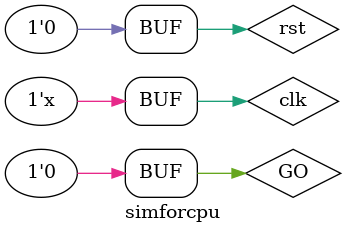
<source format=v>
`timescale 1ns / 1ps


module simforcpu();
    reg clk,GO,rst;
    wire [7:0]SEG,AN;
    wire [31:0]leddata,PC,IR;
    //,R1Data;
  //  wire clk1khz;
//    wire [31:0]RDin,Result,jalrin,AluBin;
//    wire [4:0]R2ch,r1ch,Wch;
    wire ecall,halt,rst,Beq,BLTU,equal,branch;
  //  wire [3:0]AluOP;
  wire [31:0]Din,Dout,Result;
  wire [3:0]sel;
  wire SB,MemWrite;
    initial
    begin
        clk=0;
        rst=0;
        GO=0;
    end
    always
    begin 
        #5 clk=~clk;
    end
    single_cycle_cpu cpu(1,1,1,clk,rst,GO,AN,SEG);
    //,leddata,PC,IR,sel,SB,Din,Dout,MemWrite,Result);
   // ,PC,IR,R2ch,Result,RDin,JAL,JALR,MDin,R1Data,ecall,r1ch,RegWrite,jalrin,Wch,AluBin);    m
endmodule

</source>
